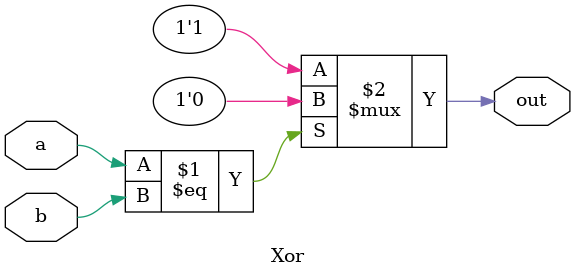
<source format=v>
/**
 * Exclusive-or gate:
 * out = not (a == b)
 */

`default_nettype none
module Xor(
	input a,
	input b,
	output out
);

	assign out = a == b ? 1'b0 : 1'b1 ;

endmodule

</source>
